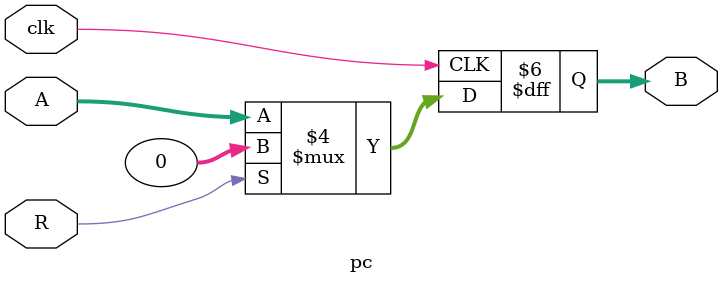
<source format=v>
/**
 * @file pc.v
 * @brief Program Counter (PC) module in Verilog for clocked register with reset capability.
 * @author Shima Baniadamdizaj
 * @email baniadam.shima@gmail.com
 */

module pc(
  input clk, ///< Clock input
  input R,   ///< Reset signal
  input [31:0] A, ///< Input data to be loaded into the PC
  output reg [31:0] B ///< Output data from the PC
);

  // Always block triggered on the positive edge of the clock
  always @(posedge clk)
  begin
    B = A; // Update the PC value with the input data

    // Check for reset condition
    if (R == 1)
    begin
      #100 // Delay of 100 time units
      B = 32'h00000000; // Reset the PC to zero
    end
  end

endmodule

</source>
